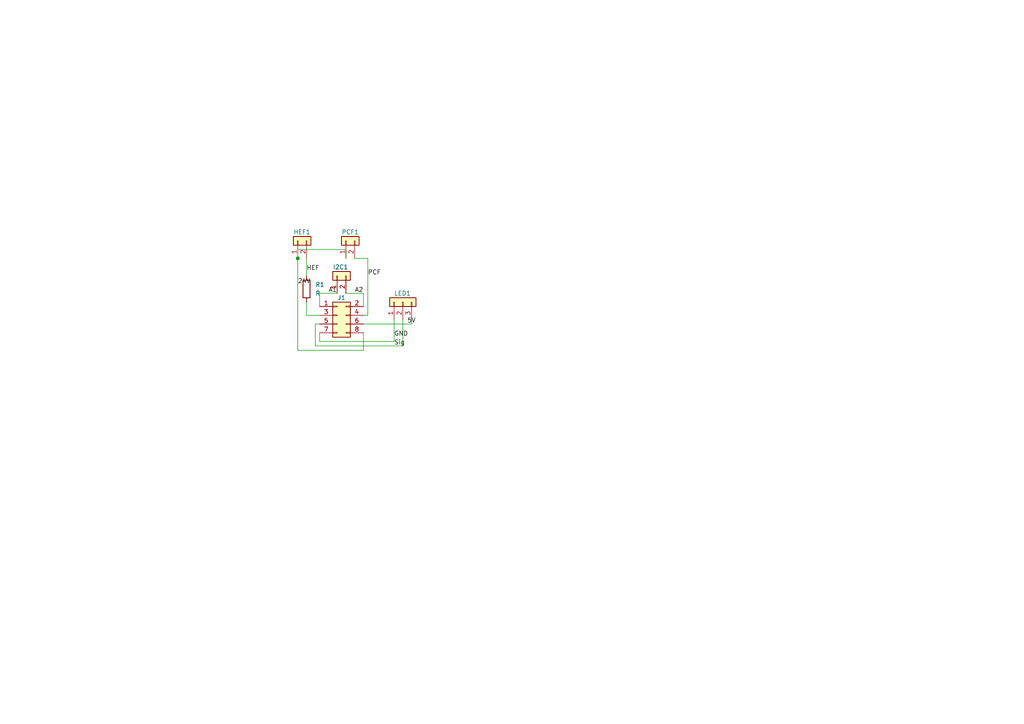
<source format=kicad_sch>
(kicad_sch (version 20211123) (generator eeschema)
  (paper "A4")
  (lib_symbols
    (symbol "Connector_Generic:Conn_01x02" (pin_names (offset 1.016) hide)
      (property "Reference" "J" (at 0 2.54 0))
      (property "Value" "Conn_01x02" (at 0 -5.08 0))
      (symbol "Conn_01x02_1_1"
        (rectangle (start -1.27 -2.413) (end 0 -2.667) (stroke (width 0.1524)))
        (rectangle (start -1.27 0.127) (end 0 -0.127) (stroke (width 0.1524)))
        (rectangle (start -1.27 1.27) (end 1.27 -3.81) (stroke (width 0.254)) (fill (type background)))
        (pin passive line (at -5.08 0 0) (length 3.81) (name "Pin_1") (number "1"))
        (pin passive line (at -5.08 -2.54 0) (length 3.81) (name "Pin_2") (number "2"))
      )
    )
    (symbol "Connector_Generic:Conn_01x03" (pin_names (offset 1.016) hide)
      (property "Reference" "J" (at 0 5.08 0))
      (property "Value" "Conn_01x03" (at 0 -5.08 0))
      (symbol "Conn_01x03_1_1"
        (rectangle (start -1.27 -2.413) (end 0 -2.667) (stroke (width 0.1524)))
        (rectangle (start -1.27 0.127) (end 0 -0.127) (stroke (width 0.1524)))
        (rectangle (start -1.27 2.667) (end 0 2.413) (stroke (width 0.1524)))
        (rectangle (start -1.27 3.81) (end 1.27 -3.81) (stroke (width 0.254)) (fill (type background)))
        (pin passive line (at -5.08 2.54 0) (length 3.81) (name "Pin_1") (number "1"))
        (pin passive line (at -5.08 0 0) (length 3.81) (name "Pin_2") (number "2"))
        (pin passive line (at -5.08 -2.54 0) (length 3.81) (name "Pin_3") (number "3"))
      )
    )
    (symbol "Connector_Generic:Conn_02x04_Odd_Even" (pin_names (offset 1.016) hide)
      (property "Reference" "J" (at 1.27 5.08 0))
      (property "Value" "Conn_02x04_Odd_Even" (at 1.27 -7.62 0))
      (symbol "Conn_02x04_Odd_Even_1_1"
        (rectangle (start -1.27 -4.953) (end 0 -5.207) (stroke (width 0.1524)))
        (rectangle (start -1.27 -2.413) (end 0 -2.667) (stroke (width 0.1524)))
        (rectangle (start -1.27 0.127) (end 0 -0.127) (stroke (width 0.1524)))
        (rectangle (start -1.27 2.667) (end 0 2.413) (stroke (width 0.1524)))
        (rectangle (start -1.27 3.81) (end 3.81 -6.35) (stroke (width 0.254)) (fill (type background)))
        (rectangle (start 3.81 -4.953) (end 2.54 -5.207) (stroke (width 0.1524)))
        (rectangle (start 3.81 -2.413) (end 2.54 -2.667) (stroke (width 0.1524)))
        (rectangle (start 3.81 0.127) (end 2.54 -0.127) (stroke (width 0.1524)))
        (rectangle (start 3.81 2.667) (end 2.54 2.413) (stroke (width 0.1524)))
        (pin passive line (at -5.08 2.54 0) (length 3.81) (name "Pin_1") (number "1"))
        (pin passive line (at 7.62 2.54 180) (length 3.81) (name "Pin_2") (number "2"))
        (pin passive line (at -5.08 0 0) (length 3.81) (name "Pin_3") (number "3"))
        (pin passive line (at 7.62 0 180) (length 3.81) (name "Pin_4") (number "4"))
        (pin passive line (at -5.08 -2.54 0) (length 3.81) (name "Pin_5") (number "5"))
        (pin passive line (at 7.62 -2.54 180) (length 3.81) (name "Pin_6") (number "6"))
        (pin passive line (at -5.08 -5.08 0) (length 3.81) (name "Pin_7") (number "7"))
        (pin passive line (at 7.62 -5.08 180) (length 3.81) (name "Pin_8") (number "8"))
      )
    )
    (symbol "Device:R" (pin_numbers hide) (pin_names (offset 0))
      (property "Reference" "R" (at 2.032 0 90))
      (property "Value" "R" (at 0 0 90))
      (symbol "R_0_1"
        (rectangle (start -1.016 -2.54) (end 1.016 2.54) (stroke (width 0.254)))
      )
      (symbol "R_1_1"
        (pin passive line (at 0 3.81 270) (length 1.27) (name "~") (number "1"))
        (pin passive line (at 0 -3.81 90) (length 1.27) (name "~") (number "2"))
      )
    )
  )
  (junction (at 86.36 74.93))
  (wire (pts (xy 91.44 93.98) (xy 92.71 93.98)))
  (wire (pts (xy 91.44 100.33) (xy 91.44 93.98)))
  (wire (pts (xy 106.68 74.93) (xy 106.68 91.44)))
  (wire (pts (xy 86.36 72.39) (xy 86.36 74.93)))
  (wire (pts (xy 106.68 91.44) (xy 105.41 91.44)))
  (wire (pts (xy 88.9 91.44) (xy 92.71 91.44)))
  (wire (pts (xy 88.9 87.63) (xy 88.9 91.44)))
  (wire (pts (xy 88.9 74.93) (xy 88.9 80.01)))
  (wire (pts (xy 86.36 74.93) (xy 86.36 101.6)))
  (wire (pts (xy 92.71 99.06) (xy 92.71 96.52)))
  (wire (pts (xy 100.33 72.39) (xy 86.36 72.39)))
  (wire (pts (xy 86.36 101.6) (xy 105.41 101.6)))
  (wire (pts (xy 100.33 74.93) (xy 100.33 72.39)))
  (wire (pts (xy 119.38 92.71) (xy 119.38 93.98)))
  (wire (pts (xy 116.84 92.71) (xy 116.84 100.33)))
  (wire (pts (xy 92.71 85.09) (xy 97.79 85.09)))
  (wire (pts (xy 105.41 88.9) (xy 105.41 85.09)))
  (wire (pts (xy 114.3 99.06) (xy 92.71 99.06)))
  (wire (pts (xy 92.71 88.9) (xy 92.71 85.09)))
  (wire (pts (xy 105.41 101.6) (xy 105.41 96.52)))
  (wire (pts (xy 119.38 93.98) (xy 105.41 93.98)))
  (wire (pts (xy 116.84 100.33) (xy 91.44 100.33)))
  (wire (pts (xy 105.41 85.09) (xy 100.33 85.09)))
  (wire (pts (xy 114.3 92.71) (xy 114.3 99.06)))
  (wire (pts (xy 102.87 74.93) (xy 106.68 74.93)))
  (label "A2" (at 102.87 85.09 0))
  (label "Sig" (at 114.3 100.33 0))
  (label "5V" (at 118.11 93.98 0))
  (label "GND" (at 114.3 97.79 0))
  (label "PCF" (at 106.68 80.01 0))
  (label "24V" (at 86.36 82.55 0))
  (label "HEF" (at 88.9 78.74 0))
  (label "A1" (at 95.25 85.09 0))
  (symbol (lib_id "Connector_Generic:Conn_02x04_Odd_Even") (at 97.79 91.44 0) (unit 1)
    (property "Reference" "J1" (at 99.06 86.36 0))
    (property "Value" "Conn_02x04_Odd_Even" (effects hide))
    (property "Footprint" "Connector_PinHeader_2.54mm:PinHeader_2x04_P2.54mm_Horizontal" (effects hide))
  )
  (symbol (lib_id "Connector_Generic:Conn_01x02") (at 86.36 69.85 90) (unit 1)
    (property "Reference" "HEF1" (at 85.09 67.31 90) (effects (justify right)))
    (property "Value" "Conn_01x02" (effects hide))
    (property "Footprint" "Connector_JST:JST_XH_B2B-XH-A_1x02_P2.50mm_Vertical" (effects hide))
  )
  (symbol (lib_id "Connector_Generic:Conn_01x02") (at 97.79 80.01 90) (unit 1)
    (property "Reference" "I2C1" (at 96.52 77.47 90) (effects (justify right)))
    (property "Value" "Conn_01x02" (effects hide))
    (property "Footprint" "Connector_JST:JST_XH_B2B-XH-A_1x02_P2.50mm_Vertical" (effects hide))
  )
  (symbol (lib_id "Connector_Generic:Conn_01x03") (at 116.84 87.63 90) (unit 1)
    (property "Reference" "LED1" (at 114.3 85.09 90) (effects (justify right)))
    (property "Value" "Conn_01x03" (effects hide))
    (property "Footprint" "Connector_JST:JST_XH_B3B-XH-A_1x03_P2.50mm_Vertical" (effects hide))
  )
  (symbol (lib_id "Connector_Generic:Conn_01x02") (at 100.33 69.85 90) (unit 1)
    (property "Reference" "PCF1" (at 99.06 67.31 90) (effects (justify right)))
    (property "Value" "Conn_01x02" (effects hide))
    (property "Footprint" "Connector_JST:JST_XH_B2B-XH-A_1x02_P2.50mm_Vertical" (effects hide))
  )
  (symbol (lib_id "Device:R") (at 88.9 83.82 0) (unit 1)
    (property "Reference" "R1" (at 91.44 82.5499 0) (effects (justify left)))
    (property "Value" "R" (at 91.44 85.0899 0) (effects (justify left)))
    (property "Footprint" "Resistor_THT:R_Axial_DIN0414_L11.9mm_D4.5mm_P15.24mm_Horizontal" (effects hide))
  )
)
</source>
